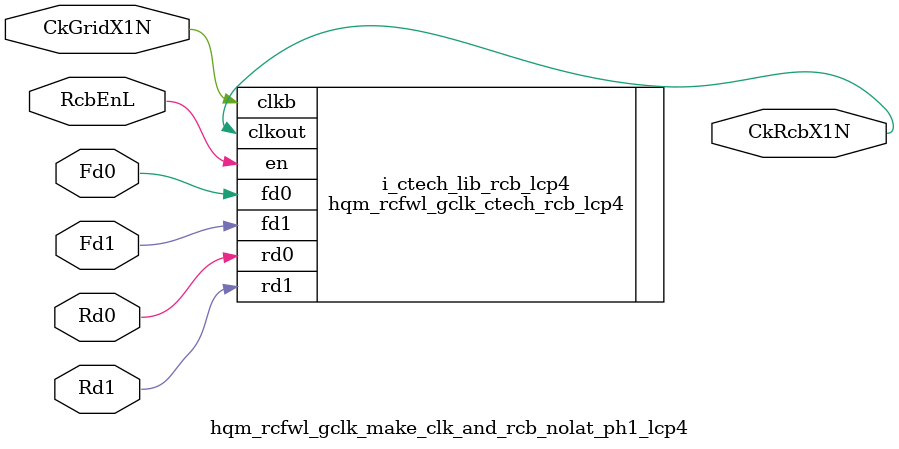
<source format=sv>


///=====================================================================================================================
/// RCB Generation with LCP capability
///=====================================================================================================================

module hqm_rcfwl_gclk_make_clk_and_rcb_nolat_ph1_lcp4 
(
	output logic   CkRcbX1N,		// RCB o/p clock                                                      
        input  logic   CkGridX1N,               // Input Grid Clock    
        input  logic   RcbEnL,                  // RCB Enable (from latch): (Idle=0, Functional=1)
        input  logic   Fd0,		// LCP bit
        input  logic   Rd0,		// LCP bit
        input  logic   Fd1,		// LCP bit
        input  logic   Rd1 		// LCP bit
); 

   //  This CTECH RCB does not implement a latch for the enable, latch must be enabled externally
   
   // RCB
   hqm_rcfwl_gclk_ctech_rcb_lcp4 i_ctech_lib_rcb_lcp4(
   .clkout(CkRcbX1N),
   .clkb(CkGridX1N),
   .en(RcbEnL),
   .fd0(Fd0),
   .rd0(Rd0),
   .fd1(Fd1),
   .rd1(Rd1)
   );   

endmodule

</source>
